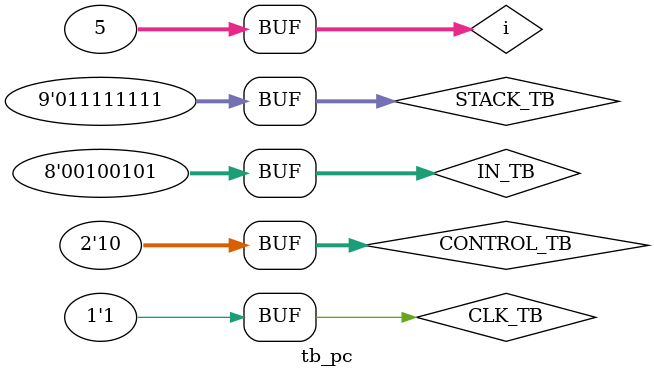
<source format=v>
/* Engineer: Jose David Rodiguez Muñoz
 * Date: 02/11/2022
 * Design Name:	tb_pc.v
 * Status: Complete
 * Description: program counter			 
*/
`timescale 1ns / 100ps
module tb_pc();
	reg  CLK_TB;
	reg  [7:0] IN_TB;
	reg  [1:0] CONTROL_TB;
	reg  [8:0] STACK_TB;
	wire [8:0] OUT_TB;
  
	pc DUT (.clk(CLK_TB), .pc_in(IN_TB), .pc_control(CONTROL_TB), .pc_stack(STACK_TB), .pc_out(OUT_TB));

	integer i;
	
initial
begin
	CLK_TB = 1;  
	IN_TB= 'h25;
	STACK_TB= 'hff;
   
	for (i=0; i <5; i=i+1) begin
		CONTROL_TB='b01;     
		#500 CLK_TB = ~CLK_TB; #500 CLK_TB = ~CLK_TB; 
	end
   
	CONTROL_TB='b11;  #500 CLK_TB = ~CLK_TB; #500 CLK_TB = ~CLK_TB;
	CONTROL_TB='b00;  #500 CLK_TB = ~CLK_TB; #500 CLK_TB = ~CLK_TB; 
	CONTROL_TB='b10;  #500 CLK_TB = ~CLK_TB; #500 CLK_TB = ~CLK_TB;
end
  
 initial begin
  $dumpvars;
  $dumpfile("dump.vcd");
 end  
endmodule
</source>
